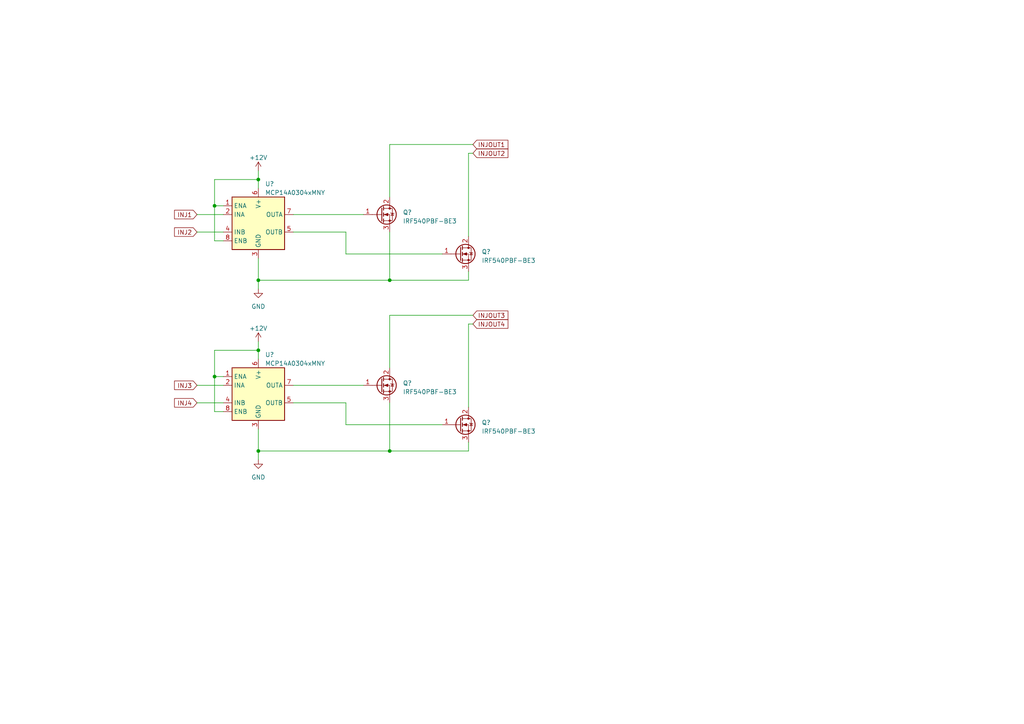
<source format=kicad_sch>
(kicad_sch (version 20220103) (generator eeschema)
  (paper "A4")
  (lib_symbols
    (symbol "Device:Q_NMOS_GDS" (pin_names (offset 0) hide)
      (property "Reference" "Q" (at 5.08 1.27 0))
      (property "Value" "Q_NMOS_GDS" (at 5.08 -1.27 0))
      (symbol "Q_NMOS_GDS_0_1"
        (polyline (pts (xy 0.254 0) (xy -2.54 0)))
        (polyline (pts (xy 0.254 1.905) (xy 0.254 -1.905)) (stroke (width 0.254)))
        (polyline (pts (xy 0.762 -1.27) (xy 0.762 -2.286)) (stroke (width 0.254)))
        (polyline (pts (xy 0.762 0.508) (xy 0.762 -0.508)) (stroke (width 0.254)))
        (polyline (pts (xy 0.762 2.286) (xy 0.762 1.27)) (stroke (width 0.254)))
        (polyline (pts (xy 2.54 2.54) (xy 2.54 1.778)))
        (polyline (pts (xy 2.54 -2.54) (xy 2.54 0) (xy 0.762 0)))
        (polyline (pts (xy 0.762 -1.778) (xy 3.302 -1.778) (xy 3.302 1.778) (xy 0.762 1.778)))
        (polyline (pts (xy 1.016 0) (xy 2.032 0.381) (xy 2.032 -0.381) (xy 1.016 0)) (fill (type outline)))
        (polyline (pts (xy 2.794 0.508) (xy 2.921 0.381) (xy 3.683 0.381) (xy 3.81 0.254)))
        (polyline (pts (xy 3.302 0.381) (xy 2.921 -0.254) (xy 3.683 -0.254) (xy 3.302 0.381)))
        (circle (center 1.651 0) (radius 2.794) (stroke (width 0.254)))
        (circle (center 2.54 -1.778) (radius 0.254) (fill (type outline)))
        (circle (center 2.54 1.778) (radius 0.254) (fill (type outline)))
      )
      (symbol "Q_NMOS_GDS_1_1"
        (pin input line (at -5.08 0 0) (length 2.54) (name "G") (number "1"))
        (pin passive line (at 2.54 5.08 270) (length 2.54) (name "D") (number "2"))
        (pin passive line (at 2.54 -5.08 90) (length 2.54) (name "S") (number "3"))
      )
    )
    (symbol "Driver_FET:MCP14A0304xMNY"
      (property "Reference" "U" (at -7.62 8.89 0))
      (property "Value" "MCP14A0304xMNY" (at 1.27 8.89 0))
      (symbol "MCP14A0304xMNY_0_1"
        (rectangle (start -7.62 -7.62) (end 7.62 7.62) (stroke (width 0.254)) (fill (type background)))
      )
      (symbol "MCP14A0304xMNY_1_1"
        (pin input line (at -10.16 5.08 0) (length 2.54) (name "ENA") (number "1"))
        (pin input line (at -10.16 2.54 0) (length 2.54) (name "INA") (number "2"))
        (pin power_in line (at 0 -10.16 90) (length 2.54) (name "GND") (number "3"))
        (pin input line (at -10.16 -2.54 0) (length 2.54) (name "INB") (number "4"))
        (pin output line (at 10.16 -2.54 180) (length 2.54) (name "OUTB") (number "5"))
        (pin power_in line (at 0 10.16 270) (length 2.54) (name "V+") (number "6"))
        (pin output line (at 10.16 2.54 180) (length 2.54) (name "OUTA") (number "7"))
        (pin input line (at -10.16 -5.08 0) (length 2.54) (name "ENB") (number "8"))
        (pin passive line (at 0 -10.16 90) (length 2.54) hide (name "GND") (number "9"))
      )
    )
    (symbol "power:+12V" (power) (pin_names (offset 0))
      (property "Value" "+12V" (at 0 3.556 0))
      (symbol "+12V_0_1"
        (polyline (pts (xy -0.762 1.27) (xy 0 2.54)))
        (polyline (pts (xy 0 0) (xy 0 2.54)))
        (polyline (pts (xy 0 2.54) (xy 0.762 1.27)))
      )
      (symbol "+12V_1_1"
        (pin power_in line (at 0 0 90) (length 0) hide (name "+12V") (number "1"))
      )
    )
    (symbol "power:GND" (power) (pin_names (offset 0))
      (property "Value" "GND" (at 0 -3.81 0))
      (symbol "GND_0_1"
        (polyline (pts (xy 0 0) (xy 0 -1.27) (xy 1.27 -1.27) (xy 0 -2.54) (xy -1.27 -1.27) (xy 0 -1.27)))
      )
      (symbol "GND_1_1"
        (pin power_in line (at 0 0 270) (length 0) hide (name "GND") (number "1"))
      )
    )
  )
  (junction (at 62.23 109.22))
  (junction (at 74.93 81.28))
  (junction (at 62.23 59.69))
  (junction (at 113.03 130.81))
  (junction (at 74.93 101.6))
  (junction (at 74.93 130.81))
  (junction (at 74.93 52.07))
  (junction (at 113.03 81.28))
  (wire (pts (xy 64.77 59.69) (xy 62.23 59.69)))
  (wire (pts (xy 57.15 67.31) (xy 64.77 67.31)))
  (wire (pts (xy 74.93 99.06) (xy 74.93 101.6)))
  (wire (pts (xy 74.93 49.53) (xy 74.93 52.07)))
  (wire (pts (xy 62.23 101.6) (xy 74.93 101.6)))
  (wire (pts (xy 100.33 73.66) (xy 128.27 73.66)))
  (wire (pts (xy 74.93 101.6) (xy 74.93 104.14)))
  (wire (pts (xy 135.89 128.27) (xy 135.89 130.81)))
  (wire (pts (xy 135.89 130.81) (xy 113.03 130.81)))
  (wire (pts (xy 57.15 62.23) (xy 64.77 62.23)))
  (wire (pts (xy 135.89 78.74) (xy 135.89 81.28)))
  (wire (pts (xy 137.16 44.45) (xy 135.89 44.45)))
  (wire (pts (xy 85.09 116.84) (xy 100.33 116.84)))
  (wire (pts (xy 62.23 109.22) (xy 62.23 101.6)))
  (wire (pts (xy 62.23 119.38) (xy 62.23 109.22)))
  (wire (pts (xy 113.03 41.91) (xy 113.03 57.15)))
  (wire (pts (xy 85.09 111.76) (xy 105.41 111.76)))
  (wire (pts (xy 113.03 81.28) (xy 74.93 81.28)))
  (wire (pts (xy 113.03 116.84) (xy 113.03 130.81)))
  (wire (pts (xy 64.77 119.38) (xy 62.23 119.38)))
  (wire (pts (xy 74.93 124.46) (xy 74.93 130.81)))
  (wire (pts (xy 62.23 59.69) (xy 62.23 52.07)))
  (wire (pts (xy 100.33 116.84) (xy 100.33 123.19)))
  (wire (pts (xy 135.89 44.45) (xy 135.89 68.58)))
  (wire (pts (xy 135.89 81.28) (xy 113.03 81.28)))
  (wire (pts (xy 74.93 130.81) (xy 74.93 133.35)))
  (wire (pts (xy 64.77 69.85) (xy 62.23 69.85)))
  (wire (pts (xy 64.77 109.22) (xy 62.23 109.22)))
  (wire (pts (xy 74.93 74.93) (xy 74.93 81.28)))
  (wire (pts (xy 113.03 91.44) (xy 113.03 106.68)))
  (wire (pts (xy 137.16 41.91) (xy 113.03 41.91)))
  (wire (pts (xy 137.16 91.44) (xy 113.03 91.44)))
  (wire (pts (xy 135.89 93.98) (xy 135.89 118.11)))
  (wire (pts (xy 113.03 67.31) (xy 113.03 81.28)))
  (wire (pts (xy 113.03 130.81) (xy 74.93 130.81)))
  (wire (pts (xy 100.33 123.19) (xy 128.27 123.19)))
  (wire (pts (xy 62.23 69.85) (xy 62.23 59.69)))
  (wire (pts (xy 74.93 81.28) (xy 74.93 83.82)))
  (wire (pts (xy 100.33 67.31) (xy 100.33 73.66)))
  (wire (pts (xy 57.15 111.76) (xy 64.77 111.76)))
  (wire (pts (xy 62.23 52.07) (xy 74.93 52.07)))
  (wire (pts (xy 85.09 62.23) (xy 105.41 62.23)))
  (wire (pts (xy 85.09 67.31) (xy 100.33 67.31)))
  (wire (pts (xy 57.15 116.84) (xy 64.77 116.84)))
  (wire (pts (xy 74.93 52.07) (xy 74.93 54.61)))
  (wire (pts (xy 137.16 93.98) (xy 135.89 93.98)))
  (global_label "INJ4" (shape input) (at 57.15 116.84 180) (property "Références de Feuilles" "${INTERSHEET_REFS}" (at 50.6017 116.84 0) (effects (justify right))))
  (global_label "INJ2" (shape input) (at 57.15 67.31 180) (property "Références de Feuilles" "${INTERSHEET_REFS}" (at 50.6621 67.31 0) (effects (justify right))))
  (global_label "INJOUT1" (shape input) (at 137.16 41.91 0) (property "Références de Feuilles" "${INTERSHEET_REFS}" (at 147.1825 41.91 0) (effects (justify left))))
  (global_label "INJ1" (shape input) (at 57.15 62.23 180) (property "Références de Feuilles" "${INTERSHEET_REFS}" (at 50.6621 62.23 0) (effects (justify right))))
  (global_label "INJOUT2" (shape input) (at 137.16 44.45 0) (property "Références de Feuilles" "${INTERSHEET_REFS}" (at 147.1825 44.45 0) (effects (justify left))))
  (global_label "INJOUT4" (shape input) (at 137.16 93.98 0) (property "Références de Feuilles" "${INTERSHEET_REFS}" (at 147.2429 93.98 0) (effects (justify left))))
  (global_label "INJOUT3" (shape input) (at 137.16 91.44 0) (property "Références de Feuilles" "${INTERSHEET_REFS}" (at 147.1825 91.44 0) (effects (justify left))))
  (global_label "INJ3" (shape input) (at 57.15 111.76 180) (property "Références de Feuilles" "${INTERSHEET_REFS}" (at 50.6621 111.76 0) (effects (justify right))))
  (symbol (lib_id "power:+12V") (at 74.93 99.06 0) (unit 1)
    (property "Reference" "#PWR?" (effects hide))
    (property "Value" "+12V" (at 74.93 95.25 0))
  )
  (symbol (lib_id "Driver_FET:MCP14A0304xMNY") (at 74.93 64.77 0) (unit 1)
    (property "Reference" "U?" (at 76.8859 53.34 0) (effects (justify left)))
    (property "Value" "MCP14A0304xMNY" (at 76.8859 55.88 0) (effects (justify left)))
    (property "Footprint" "Package_DFN_QFN:WDFN-8-1EP_3x2mm_P0.5mm_EP1.3x1.4mm" (effects hide))
    (property "Datasheet" "http://ww1.microchip.com/downloads/en/DeviceDoc/MCP14A0303_4_5-Data-Sheet-20006046A.pdf" (effects hide))
  )
  (symbol (lib_id "Device:Q_NMOS_GDS") (at 133.35 123.19 0) (unit 1)
    (property "Reference" "Q?" (at 139.7 122.555 0) (effects (justify left)))
    (property "Value" "IRF540PBF-BE3" (at 139.7 125.095 0) (effects (justify left)))
    (property "Footprint" "Package_TO_SOT_THT:TO-220-3_Vertical" (effects hide))
  )
  (symbol (lib_id "power:GND") (at 74.93 83.82 0) (unit 1)
    (property "Reference" "#PWR?" (effects hide))
    (property "Value" "GND" (at 74.93 88.9 0))
  )
  (symbol (lib_id "Device:Q_NMOS_GDS") (at 110.49 111.76 0) (unit 1)
    (property "Reference" "Q?" (at 116.84 111.125 0) (effects (justify left)))
    (property "Value" "IRF540PBF-BE3" (at 116.84 113.665 0) (effects (justify left)))
    (property "Footprint" "Package_TO_SOT_THT:TO-220-3_Vertical" (effects hide))
  )
  (symbol (lib_id "Device:Q_NMOS_GDS") (at 110.49 62.23 0) (unit 1)
    (property "Reference" "Q?" (at 116.84 61.595 0) (effects (justify left)))
    (property "Value" "IRF540PBF-BE3" (at 116.84 64.135 0) (effects (justify left)))
    (property "Footprint" "Package_TO_SOT_THT:TO-220-3_Vertical" (effects hide))
  )
  (symbol (lib_id "power:+12V") (at 74.93 49.53 0) (unit 1)
    (property "Reference" "#PWR?" (effects hide))
    (property "Value" "+12V" (at 74.93 45.72 0))
  )
  (symbol (lib_id "Device:Q_NMOS_GDS") (at 133.35 73.66 0) (unit 1)
    (property "Reference" "Q?" (at 139.7 73.025 0) (effects (justify left)))
    (property "Value" "IRF540PBF-BE3" (at 139.7 75.565 0) (effects (justify left)))
    (property "Footprint" "Package_TO_SOT_THT:TO-220-3_Vertical" (effects hide))
  )
  (symbol (lib_id "Driver_FET:MCP14A0304xMNY") (at 74.93 114.3 0) (unit 1)
    (property "Reference" "U?" (at 76.8859 102.87 0) (effects (justify left)))
    (property "Value" "MCP14A0304xMNY" (at 76.8859 105.41 0) (effects (justify left)))
    (property "Footprint" "Package_DFN_QFN:WDFN-8-1EP_3x2mm_P0.5mm_EP1.3x1.4mm" (effects hide))
    (property "Datasheet" "http://ww1.microchip.com/downloads/en/DeviceDoc/MCP14A0303_4_5-Data-Sheet-20006046A.pdf" (effects hide))
  )
  (symbol (lib_id "power:GND") (at 74.93 133.35 0) (unit 1)
    (property "Reference" "#PWR?" (effects hide))
    (property "Value" "GND" (at 74.93 138.43 0))
  )
)
</source>
